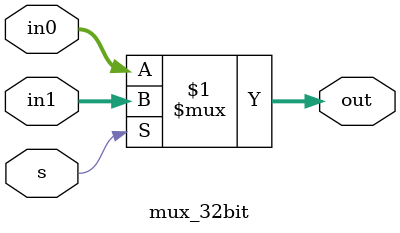
<source format=v>
 module mux_32bit (in0, in1, s, out);
 input [31:0] in0, in1;
 output [31:0] out;
 input s;
 
 assign out = s? in1:in0;
 
// wire s_bar;
// wire [31:0] temp0, temp1; 
// not n_s(s_bar, s);
//
//
//genvar i;
//generate
//for(i = 0;i < 32; i = i + 1) begin: gen
//  and A(temp0[i], in0[i], s_bar);
//  and B(temp1[i], in1[i], s);
//  or C(out[i], temp0[i], temp1[i]);
//end
//endgenerate

endmodule
</source>
